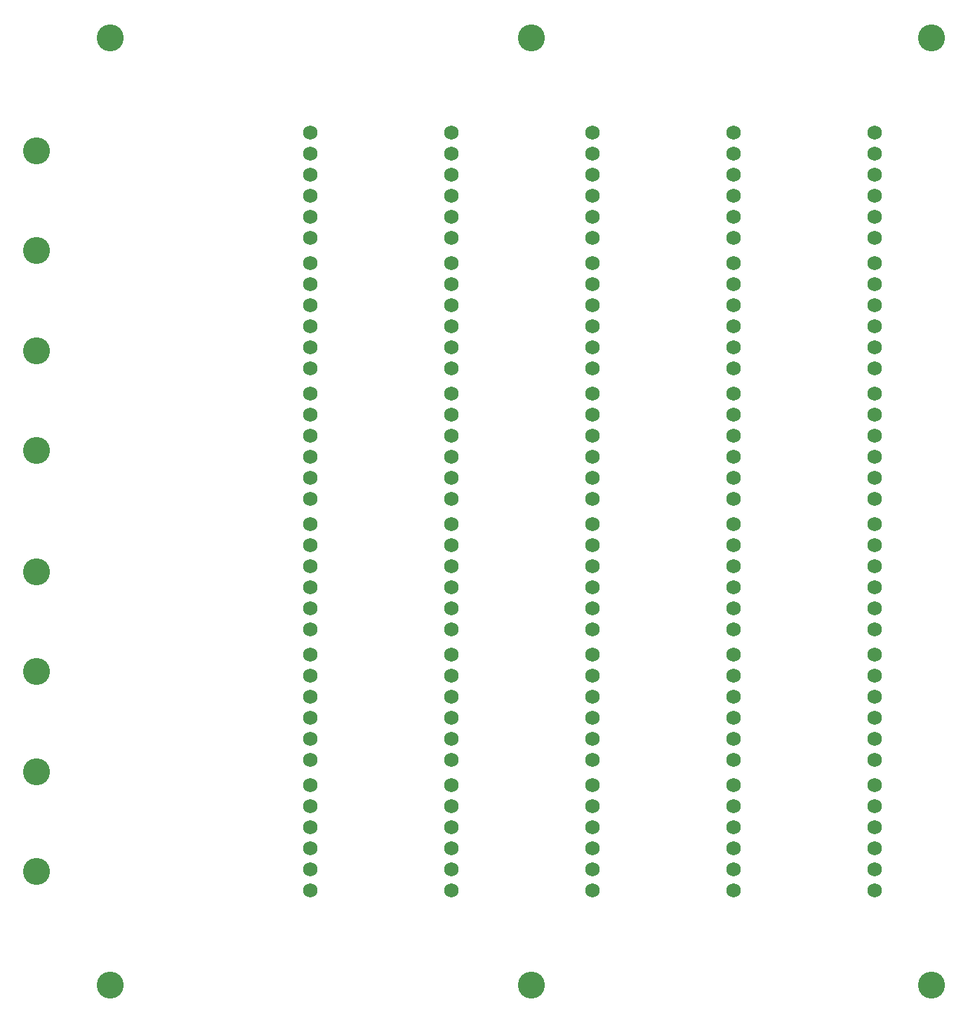
<source format=gts>
G75*
G70*
%OFA0B0*%
%FSLAX24Y24*%
%IPPOS*%
%LPD*%
%AMOC8*
5,1,8,0,0,1.08239X$1,22.5*
%
%ADD10C,0.0680*%
%ADD11C,0.1280*%
D10*
X016651Y006651D03*
X016651Y007651D03*
X016651Y008651D03*
X016651Y009651D03*
X016651Y010651D03*
X016651Y011651D03*
X016651Y012851D03*
X016651Y013851D03*
X016651Y014851D03*
X016651Y015851D03*
X016651Y016851D03*
X016651Y017851D03*
X016651Y019051D03*
X016651Y020051D03*
X016651Y021051D03*
X016651Y022051D03*
X016651Y023051D03*
X016651Y024051D03*
X016651Y025251D03*
X016651Y026251D03*
X016651Y027251D03*
X016651Y028251D03*
X016651Y029251D03*
X016651Y030251D03*
X016651Y031451D03*
X016651Y032451D03*
X016651Y033451D03*
X016651Y034451D03*
X016651Y035451D03*
X016651Y036451D03*
X016651Y037651D03*
X016651Y038651D03*
X016651Y039651D03*
X016651Y040651D03*
X016651Y041651D03*
X016651Y042651D03*
X023351Y042651D03*
X023351Y041651D03*
X023351Y040651D03*
X023351Y039651D03*
X023351Y038651D03*
X023351Y037651D03*
X023351Y036451D03*
X023351Y035451D03*
X023351Y034451D03*
X023351Y033451D03*
X023351Y032451D03*
X023351Y031451D03*
X023351Y030251D03*
X023351Y029251D03*
X023351Y028251D03*
X023351Y027251D03*
X023351Y026251D03*
X023351Y025251D03*
X023351Y024051D03*
X023351Y023051D03*
X023351Y022051D03*
X023351Y021051D03*
X023351Y020051D03*
X023351Y019051D03*
X023351Y017851D03*
X023351Y016851D03*
X023351Y015851D03*
X023351Y014851D03*
X023351Y013851D03*
X023351Y012851D03*
X023351Y011651D03*
X023351Y010651D03*
X023351Y009651D03*
X023351Y008651D03*
X023351Y007651D03*
X023351Y006651D03*
X030051Y006651D03*
X030051Y007651D03*
X030051Y008651D03*
X030051Y009651D03*
X030051Y010651D03*
X030051Y011651D03*
X030051Y012851D03*
X030051Y013851D03*
X030051Y014851D03*
X030051Y015851D03*
X030051Y016851D03*
X030051Y017851D03*
X030051Y019051D03*
X030051Y020051D03*
X030051Y021051D03*
X030051Y022051D03*
X030051Y023051D03*
X030051Y024051D03*
X030051Y025251D03*
X030051Y026251D03*
X030051Y027251D03*
X030051Y028251D03*
X030051Y029251D03*
X030051Y030251D03*
X030051Y031451D03*
X030051Y032451D03*
X030051Y033451D03*
X030051Y034451D03*
X030051Y035451D03*
X030051Y036451D03*
X030051Y037651D03*
X030051Y038651D03*
X030051Y039651D03*
X030051Y040651D03*
X030051Y041651D03*
X030051Y042651D03*
X036751Y042651D03*
X036751Y041651D03*
X036751Y040651D03*
X036751Y039651D03*
X036751Y038651D03*
X036751Y037651D03*
X036751Y036451D03*
X036751Y035451D03*
X036751Y034451D03*
X036751Y033451D03*
X036751Y032451D03*
X036751Y031451D03*
X036751Y030251D03*
X036751Y029251D03*
X036751Y028251D03*
X036751Y027251D03*
X036751Y026251D03*
X036751Y025251D03*
X036751Y024051D03*
X036751Y023051D03*
X036751Y022051D03*
X036751Y021051D03*
X036751Y020051D03*
X036751Y019051D03*
X036751Y017851D03*
X036751Y016851D03*
X036751Y015851D03*
X036751Y014851D03*
X036751Y013851D03*
X036751Y012851D03*
X036751Y011651D03*
X036751Y010651D03*
X036751Y009651D03*
X036751Y008651D03*
X036751Y007651D03*
X036751Y006651D03*
X043451Y006651D03*
X043451Y007651D03*
X043451Y008651D03*
X043451Y009651D03*
X043451Y010651D03*
X043451Y011651D03*
X043451Y012851D03*
X043451Y013851D03*
X043451Y014851D03*
X043451Y015851D03*
X043451Y016851D03*
X043451Y017851D03*
X043451Y019051D03*
X043451Y020051D03*
X043451Y021051D03*
X043451Y022051D03*
X043451Y023051D03*
X043451Y024051D03*
X043451Y025251D03*
X043451Y026251D03*
X043451Y027251D03*
X043451Y028251D03*
X043451Y029251D03*
X043451Y030251D03*
X043451Y031451D03*
X043451Y032451D03*
X043451Y033451D03*
X043451Y034451D03*
X043451Y035451D03*
X043451Y036451D03*
X043451Y037651D03*
X043451Y038651D03*
X043451Y039651D03*
X043451Y040651D03*
X043451Y041651D03*
X043451Y042651D03*
D11*
X007151Y002151D03*
X003651Y007551D03*
X003651Y012289D03*
X003651Y017051D03*
X003651Y021789D03*
X003651Y027551D03*
X003651Y032289D03*
X003651Y037051D03*
X003651Y041789D03*
X007151Y047151D03*
X027151Y047151D03*
X046151Y047151D03*
X046151Y002151D03*
X027151Y002151D03*
M02*

</source>
